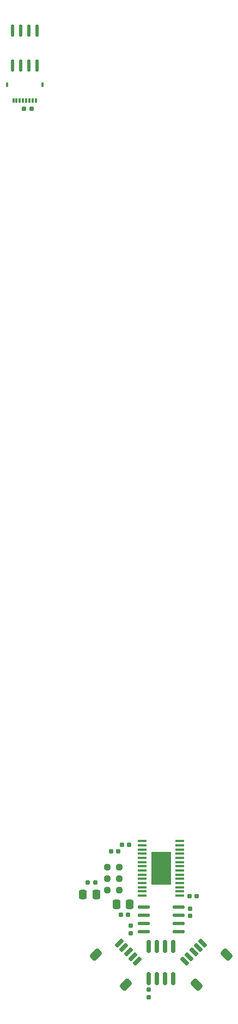
<source format=gbr>
%TF.GenerationSoftware,KiCad,Pcbnew,8.0.7-8.0.7-0~ubuntu22.04.1*%
%TF.CreationDate,2025-01-08T19:04:50+01:00*%
%TF.ProjectId,bldc_servo_mini_v1,626c6463-5f73-4657-9276-6f5f6d696e69,rev?*%
%TF.SameCoordinates,Original*%
%TF.FileFunction,Paste,Top*%
%TF.FilePolarity,Positive*%
%FSLAX46Y46*%
G04 Gerber Fmt 4.6, Leading zero omitted, Abs format (unit mm)*
G04 Created by KiCad (PCBNEW 8.0.7-8.0.7-0~ubuntu22.04.1) date 2025-01-08 19:04:50*
%MOMM*%
%LPD*%
G01*
G04 APERTURE LIST*
G04 Aperture macros list*
%AMRoundRect*
0 Rectangle with rounded corners*
0 $1 Rounding radius*
0 $2 $3 $4 $5 $6 $7 $8 $9 X,Y pos of 4 corners*
0 Add a 4 corners polygon primitive as box body*
4,1,4,$2,$3,$4,$5,$6,$7,$8,$9,$2,$3,0*
0 Add four circle primitives for the rounded corners*
1,1,$1+$1,$2,$3*
1,1,$1+$1,$4,$5*
1,1,$1+$1,$6,$7*
1,1,$1+$1,$8,$9*
0 Add four rect primitives between the rounded corners*
20,1,$1+$1,$2,$3,$4,$5,0*
20,1,$1+$1,$4,$5,$6,$7,0*
20,1,$1+$1,$6,$7,$8,$9,0*
20,1,$1+$1,$8,$9,$2,$3,0*%
G04 Aperture macros list end*
%ADD10RoundRect,0.155000X0.212500X0.155000X-0.212500X0.155000X-0.212500X-0.155000X0.212500X-0.155000X0*%
%ADD11RoundRect,0.250000X0.337500X0.475000X-0.337500X0.475000X-0.337500X-0.475000X0.337500X-0.475000X0*%
%ADD12RoundRect,0.155000X-0.212500X-0.155000X0.212500X-0.155000X0.212500X0.155000X-0.212500X0.155000X0*%
%ADD13O,1.950000X0.568500*%
%ADD14RoundRect,0.155000X0.155000X-0.212500X0.155000X0.212500X-0.155000X0.212500X-0.155000X-0.212500X0*%
%ADD15RoundRect,0.155000X-0.155000X0.212500X-0.155000X-0.212500X0.155000X-0.212500X0.155000X0.212500X0*%
%ADD16O,0.568500X1.950000*%
%ADD17RoundRect,0.150000X-0.150000X0.825000X-0.150000X-0.825000X0.150000X-0.825000X0.150000X0.825000X0*%
%ADD18RoundRect,0.237500X-0.250000X-0.237500X0.250000X-0.237500X0.250000X0.237500X-0.250000X0.237500X0*%
%ADD19RoundRect,0.160000X0.160000X-0.197500X0.160000X0.197500X-0.160000X0.197500X-0.160000X-0.197500X0*%
%ADD20RoundRect,0.150000X-0.548008X-0.335876X-0.335876X-0.548008X0.548008X0.335876X0.335876X0.548008X0*%
%ADD21RoundRect,0.250000X-0.707107X-0.212132X-0.212132X-0.707107X0.707107X0.212132X0.212132X0.707107X0*%
%ADD22RoundRect,0.250000X0.212132X-0.707107X0.707107X-0.212132X-0.212132X0.707107X-0.707107X0.212132X0*%
%ADD23RoundRect,0.150000X0.335876X-0.548008X0.548008X-0.335876X-0.335876X0.548008X-0.548008X0.335876X0*%
%ADD24R,3.100000X5.180000*%
%ADD25R,1.475000X0.450000*%
%ADD26R,0.400000X0.800000*%
%ADD27R,0.300000X0.800000*%
%ADD28RoundRect,0.250000X-0.337500X-0.475000X0.337500X-0.475000X0.337500X0.475000X-0.337500X0.475000X0*%
G04 APERTURE END LIST*
D10*
%TO.C,C15*%
X89767500Y-94300000D03*
X88632500Y-94300000D03*
%TD*%
D11*
%TO.C,C8*%
X89937500Y-96200000D03*
X87862500Y-96200000D03*
%TD*%
D12*
%TO.C,C14*%
X93732500Y-99300000D03*
X94867500Y-99300000D03*
%TD*%
D13*
%TO.C,U1*%
X97295000Y-98095000D03*
X97295000Y-99365000D03*
X97295000Y-100635000D03*
X97295000Y-101905000D03*
X102705000Y-98095000D03*
X102705000Y-99365000D03*
X102705000Y-100635000D03*
X102705000Y-101905000D03*
%TD*%
D14*
%TO.C,C7*%
X104500000Y-99467500D03*
X104500000Y-98332500D03*
%TD*%
D12*
%TO.C,C16*%
X95067500Y-88500000D03*
X93932500Y-88500000D03*
%TD*%
D15*
%TO.C,C10*%
X95300000Y-101032500D03*
X95300000Y-102167500D03*
%TD*%
D12*
%TO.C,C9*%
X104432500Y-96400000D03*
X105567500Y-96400000D03*
%TD*%
D10*
%TO.C,C6*%
X93367500Y-89500000D03*
X92232500Y-89500000D03*
%TD*%
D16*
%TO.C,U4*%
X76895000Y32295000D03*
X78165000Y32295000D03*
X79435000Y32295000D03*
X80705000Y32295000D03*
X76895000Y37705000D03*
X78165000Y37705000D03*
X79435000Y37705000D03*
X80705000Y37705000D03*
%TD*%
D17*
%TO.C,U3*%
X101905000Y-104225000D03*
X100635000Y-104225000D03*
X99365000Y-104225000D03*
X98095000Y-104225000D03*
X98095000Y-109175000D03*
X99365000Y-109175000D03*
X100635000Y-109175000D03*
X101905000Y-109175000D03*
%TD*%
D18*
%TO.C,R29*%
X91687500Y-91900000D03*
X93512500Y-91900000D03*
%TD*%
%TO.C,R16*%
X91687500Y-95500000D03*
X93512500Y-95500000D03*
%TD*%
%TO.C,R13*%
X93512500Y-93700000D03*
X91687500Y-93700000D03*
%TD*%
D19*
%TO.C,R3*%
X98100000Y-112097500D03*
X98100000Y-110902500D03*
%TD*%
D20*
%TO.C,J6*%
X93500000Y-103671573D03*
X94207108Y-104378680D03*
X94914214Y-105085786D03*
X95621320Y-105792893D03*
X96328427Y-106500000D03*
D21*
X89840722Y-105492372D03*
X94507627Y-110159279D03*
%TD*%
D22*
%TO.C,J1*%
X110159279Y-105492373D03*
X105492374Y-110159278D03*
D23*
X106500000Y-103671573D03*
X105792893Y-104378680D03*
X105085784Y-105085786D03*
X104378680Y-105792893D03*
X103671573Y-106500000D03*
%TD*%
D24*
%TO.C,IC1*%
X100000000Y-92125000D03*
D25*
X102938000Y-87900000D03*
X102938000Y-88550000D03*
X102938000Y-89200000D03*
X102938000Y-89850000D03*
X102938000Y-90500000D03*
X102938000Y-91150000D03*
X102938000Y-91800000D03*
X102938000Y-92450000D03*
X102938000Y-93100000D03*
X102938000Y-93750000D03*
X102938000Y-94400000D03*
X102938000Y-95050000D03*
X102938000Y-95700000D03*
X102938000Y-96350000D03*
X97062000Y-96350000D03*
X97062000Y-95700000D03*
X97062000Y-95050000D03*
X97062000Y-94400000D03*
X97062000Y-93750000D03*
X97062000Y-93100000D03*
X97062000Y-92450000D03*
X97062000Y-91800000D03*
X97062000Y-91150000D03*
X97062000Y-90500000D03*
X97062000Y-89850000D03*
X97062000Y-89200000D03*
X97062000Y-88550000D03*
X97062000Y-87900000D03*
%TD*%
D26*
%TO.C,FPC_SENSOR2*%
X76050000Y29350000D03*
D27*
X80550000Y26850000D03*
X80050000Y26850000D03*
X79550000Y26850000D03*
X79050000Y26850000D03*
X78550000Y26850000D03*
X78050000Y26850000D03*
X77550000Y26850000D03*
X77050000Y26850000D03*
D26*
X81550000Y29350000D03*
%TD*%
D28*
%TO.C,C12*%
X95137500Y-97700000D03*
X93062500Y-97700000D03*
%TD*%
D10*
%TO.C,C11*%
X79867500Y25600000D03*
X78732500Y25600000D03*
%TD*%
M02*

</source>
